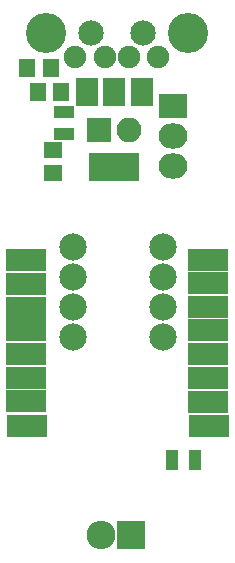
<source format=gbr>
G04 #@! TF.FileFunction,Soldermask,Top*
%FSLAX46Y46*%
G04 Gerber Fmt 4.6, Leading zero omitted, Abs format (unit mm)*
G04 Created by KiCad (PCBNEW 4.0.4-stable) date 01/28/17 22:02:24*
%MOMM*%
%LPD*%
G01*
G04 APERTURE LIST*
%ADD10C,0.100000*%
%ADD11R,3.400000X1.900000*%
%ADD12C,2.305000*%
%ADD13R,1.100000X1.700000*%
%ADD14R,4.200000X2.400000*%
%ADD15R,1.900000X2.400000*%
%ADD16R,1.650000X1.400000*%
%ADD17R,1.400000X1.650000*%
%ADD18C,2.150000*%
%ADD19C,1.901140*%
%ADD20C,3.399740*%
%ADD21R,2.432000X2.127200*%
%ADD22O,2.432000X2.127200*%
%ADD23R,2.432000X2.432000*%
%ADD24O,2.432000X2.432000*%
%ADD25R,1.700000X1.100000*%
%ADD26R,2.100000X2.100000*%
%ADD27O,2.100000X2.100000*%
G04 APERTURE END LIST*
D10*
D11*
X158617000Y-90702400D03*
X158566200Y-88670400D03*
X158490000Y-86587600D03*
X158515400Y-84606400D03*
X158490000Y-82574400D03*
X158515400Y-80593200D03*
X158490000Y-78586600D03*
X143178900Y-90664300D03*
X143102700Y-88581500D03*
X143102700Y-86600300D03*
X143090000Y-84581000D03*
X143090000Y-82549000D03*
X143090000Y-80644000D03*
X143090000Y-78612000D03*
X143090000Y-76580000D03*
X158490000Y-76580000D03*
D12*
X154740000Y-75480000D03*
X154740000Y-78020000D03*
X154740000Y-80560000D03*
X154740000Y-83100000D03*
X147120000Y-83100000D03*
X147120000Y-80560000D03*
X147120000Y-78020000D03*
X147120000Y-75480000D03*
D13*
X155520000Y-93530000D03*
X157420000Y-93530000D03*
D14*
X150610000Y-68720000D03*
D15*
X150610000Y-62420000D03*
X148310000Y-62420000D03*
X152910000Y-62420000D03*
D16*
X145380000Y-69280000D03*
X145380000Y-67280000D03*
D17*
X145230000Y-60340000D03*
X143230000Y-60340000D03*
X146100000Y-62380000D03*
X144100000Y-62380000D03*
D18*
X148600000Y-57400000D03*
X153000000Y-57400000D03*
D19*
X154300000Y-59400000D03*
X151800000Y-59400000D03*
X149800000Y-59400000D03*
X147300000Y-59400000D03*
D20*
X156800000Y-57400000D03*
X144800000Y-57400000D03*
D21*
X155570000Y-63570000D03*
D22*
X155570000Y-66110000D03*
X155570000Y-68650000D03*
D23*
X152030000Y-99910000D03*
D24*
X149490000Y-99910000D03*
D25*
X146320000Y-65960000D03*
X146320000Y-64060000D03*
D26*
X149290000Y-65610000D03*
D27*
X151830000Y-65610000D03*
M02*

</source>
